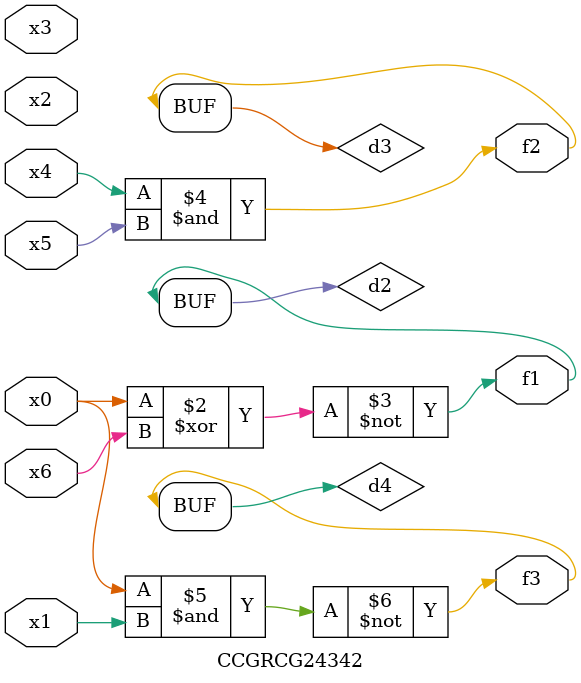
<source format=v>
module CCGRCG24342(
	input x0, x1, x2, x3, x4, x5, x6,
	output f1, f2, f3
);

	wire d1, d2, d3, d4;

	nor (d1, x0);
	xnor (d2, x0, x6);
	and (d3, x4, x5);
	nand (d4, x0, x1);
	assign f1 = d2;
	assign f2 = d3;
	assign f3 = d4;
endmodule

</source>
